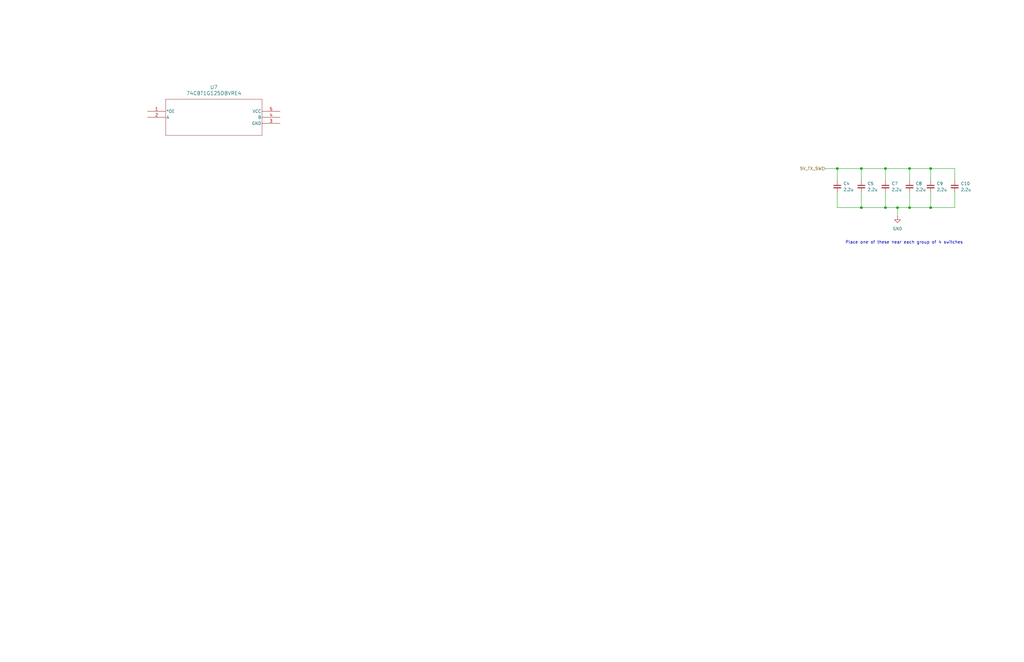
<source format=kicad_sch>
(kicad_sch (version 20250114) (generator "eeschema") (generator_version "9.0")
  (paper "B")
  (title_block (title "Tx Mixers") (date "2025-12-31") (rev "0.0") (company "Andy McCann KA3KAF and Doug McCann KA3KAG"))
  (lib_symbols
    (symbol "Device:C_Small" (pin_numbers (hide yes)) (pin_names (offset 0.254) (hide yes))
      (property "Reference" "C" (at 0.254 1.778 0))
      (property "Value" "C_Small" (at 0.254 -2.032 0))
      (symbol "C_Small_0_1"
        (polyline (pts (xy -1.524 0.508) (xy 1.524 0.508)) (stroke (width 0.3048)))
        (polyline (pts (xy -1.524 -0.508) (xy 1.524 -0.508)) (stroke (width 0.3302)))
      )
      (symbol "C_Small_1_1"
        (pin passive line (at 0 2.54 270) (length 2.032) (name "~") (number "1"))
        (pin passive line (at 0 -2.54 90) (length 2.032) (name "~") (number "2"))
      )
    )
    (symbol "SN74CBT1G125:74CBT1G125DBVRE4" (pin_names (offset 0.254))
      (property "Reference" "U" (at 27.94 10.16 0))
      (property "Value" "74CBT1G125DBVRE4" (at 27.94 7.62 0))
      (symbol "74CBT1G125DBVRE4_0_1"
        (polyline (pts (xy 7.62 5.08) (xy 7.62 -10.16)) (stroke (width 0.127)))
        (polyline (pts (xy 7.62 -10.16) (xy 48.26 -10.16)) (stroke (width 0.127)))
        (polyline (pts (xy 48.26 5.08) (xy 7.62 5.08)) (stroke (width 0.127)))
        (polyline (pts (xy 48.26 -10.16) (xy 48.26 5.08)) (stroke (width 0.127)))
        (pin input line (at 0 0 0) (length 7.62) (name "*OE") (number "1"))
        (pin input line (at 0 -2.54 0) (length 7.62) (name "A") (number "2"))
        (pin power_in line (at 55.88 0 180) (length 7.62) (name "VCC") (number "5"))
        (pin input line (at 55.88 -2.54 180) (length 7.62) (name "B") (number "4"))
        (pin power_in line (at 55.88 -5.08 180) (length 7.62) (name "GND") (number "3"))
      )
    )
    (symbol "power:GND" (power) (pin_numbers (hide yes)) (pin_names (offset 0) (hide yes))
      (property "Value" "GND" (at 0 -3.81 0))
      (symbol "GND_0_1"
        (polyline (pts (xy 0 0) (xy 0 -1.27) (xy 1.27 -1.27) (xy 0 -2.54) (xy -1.27 -1.27) (xy 0 -1.27)))
      )
      (symbol "GND_1_1"
        (pin power_in line (at 0 0 270) (length 0) (name "~") (number "1"))
      )
    )
  )
  (text "Place one of these near each group of 4 switches" (at 381.254 102.362 0) (effects (font (size 1.27 1.27))))
  (junction (at 378.46 87.63))
  (junction (at 383.54 87.63))
  (junction (at 373.38 71.12))
  (junction (at 392.43 87.63))
  (junction (at 353.06 71.12))
  (junction (at 392.43 71.12))
  (junction (at 373.38 87.63))
  (junction (at 363.22 71.12))
  (junction (at 363.22 87.63))
  (junction (at 383.54 71.12))
  (wire (pts (xy 383.54 81.28) (xy 383.54 87.63)))
  (wire (pts (xy 373.38 87.63) (xy 378.46 87.63)))
  (wire (pts (xy 378.46 87.63) (xy 383.54 87.63)))
  (wire (pts (xy 383.54 71.12) (xy 392.43 71.12)))
  (wire (pts (xy 363.22 87.63) (xy 373.38 87.63)))
  (wire (pts (xy 378.46 87.63) (xy 378.46 91.44)))
  (wire (pts (xy 373.38 81.28) (xy 373.38 87.63)))
  (wire (pts (xy 383.54 87.63) (xy 392.43 87.63)))
  (wire (pts (xy 373.38 71.12) (xy 383.54 71.12)))
  (wire (pts (xy 347.98 71.12) (xy 353.06 71.12)))
  (wire (pts (xy 363.22 71.12) (xy 373.38 71.12)))
  (wire (pts (xy 392.43 71.12) (xy 392.43 76.2)))
  (wire (pts (xy 363.22 71.12) (xy 363.22 76.2)))
  (wire (pts (xy 392.43 71.12) (xy 402.59 71.12)))
  (wire (pts (xy 353.06 81.28) (xy 353.06 87.63)))
  (wire (pts (xy 353.06 71.12) (xy 363.22 71.12)))
  (wire (pts (xy 392.43 81.28) (xy 392.43 87.63)))
  (wire (pts (xy 353.06 71.12) (xy 353.06 76.2)))
  (wire (pts (xy 402.59 71.12) (xy 402.59 76.2)))
  (wire (pts (xy 363.22 81.28) (xy 363.22 87.63)))
  (wire (pts (xy 402.59 87.63) (xy 402.59 81.28)))
  (wire (pts (xy 373.38 71.12) (xy 373.38 76.2)))
  (wire (pts (xy 383.54 71.12) (xy 383.54 76.2)))
  (wire (pts (xy 353.06 87.63) (xy 363.22 87.63)))
  (wire (pts (xy 392.43 87.63) (xy 402.59 87.63)))
  (hierarchical_label "5V_TX_SW" (shape input) (at 347.98 71.12 180))
  (symbol (lib_id "Device:C_Small") (at 392.43 78.74 0) (unit 1)
    (property "Reference" "C9" (at 394.97 77.4762 0) (effects (justify left)))
    (property "Value" "2.2u" (at 394.97 80.0162 0) (effects (justify left)))
    (property "Description" "Unpolarized capacitor, small symbol" (effects (hide yes)))
  )
  (symbol (lib_id "power:GND") (at 378.46 91.44 0) (unit 1)
    (property "Reference" "#PWR08" (effects (hide yes)))
    (property "Value" "GND" (at 378.46 96.52 0))
    (property "Description" "Power symbol creates a global label with name \"GND\" , ground" (effects (hide yes)))
  )
  (symbol (lib_id "SN74CBT1G125:74CBT1G125DBVRE4") (at 62.23 46.99 0) (unit 1)
    (property "Reference" "U7" (at 90.17 36.83 0) (effects (font (size 1.524 1.524))))
    (property "Value" "74CBT1G125DBVRE4" (at 90.17 39.37 0) (effects (font (size 1.524 1.524))))
    (property "Footprint" "DBV5" (effects (hide yes)))
    (property "Datasheet" "https://www.ti.com/lit/gpn/sn74cbt1g125" (effects (hide yes)))
  )
  (symbol (lib_id "Device:C_Small") (at 383.54 78.74 0) (unit 1)
    (property "Reference" "C8" (at 386.08 77.4762 0) (effects (justify left)))
    (property "Value" "2.2u" (at 386.08 80.0162 0) (effects (justify left)))
    (property "Description" "Unpolarized capacitor, small symbol" (effects (hide yes)))
  )
  (symbol (lib_id "Device:C_Small") (at 373.38 78.74 0) (unit 1)
    (property "Reference" "C7" (at 375.92 77.4762 0) (effects (justify left)))
    (property "Value" "2.2u" (at 375.92 80.0162 0) (effects (justify left)))
    (property "Description" "Unpolarized capacitor, small symbol" (effects (hide yes)))
  )
  (symbol (lib_id "Device:C_Small") (at 353.06 78.74 0) (unit 1)
    (property "Reference" "C4" (at 355.6 77.4762 0) (effects (justify left)))
    (property "Value" "2.2u" (at 355.6 80.0162 0) (effects (justify left)))
    (property "Description" "Unpolarized capacitor, small symbol" (effects (hide yes)))
  )
  (symbol (lib_id "Device:C_Small") (at 363.22 78.74 0) (unit 1)
    (property "Reference" "C5" (at 365.76 77.4762 0) (effects (justify left)))
    (property "Value" "2.2u" (at 365.76 80.0162 0) (effects (justify left)))
    (property "Description" "Unpolarized capacitor, small symbol" (effects (hide yes)))
  )
  (symbol (lib_id "Device:C_Small") (at 402.59 78.74 0) (unit 1)
    (property "Reference" "C10" (at 405.13 77.4762 0) (effects (justify left)))
    (property "Value" "2.2u" (at 405.13 80.0162 0) (effects (justify left)))
    (property "Description" "Unpolarized capacitor, small symbol" (effects (hide yes)))
  )
)
</source>
